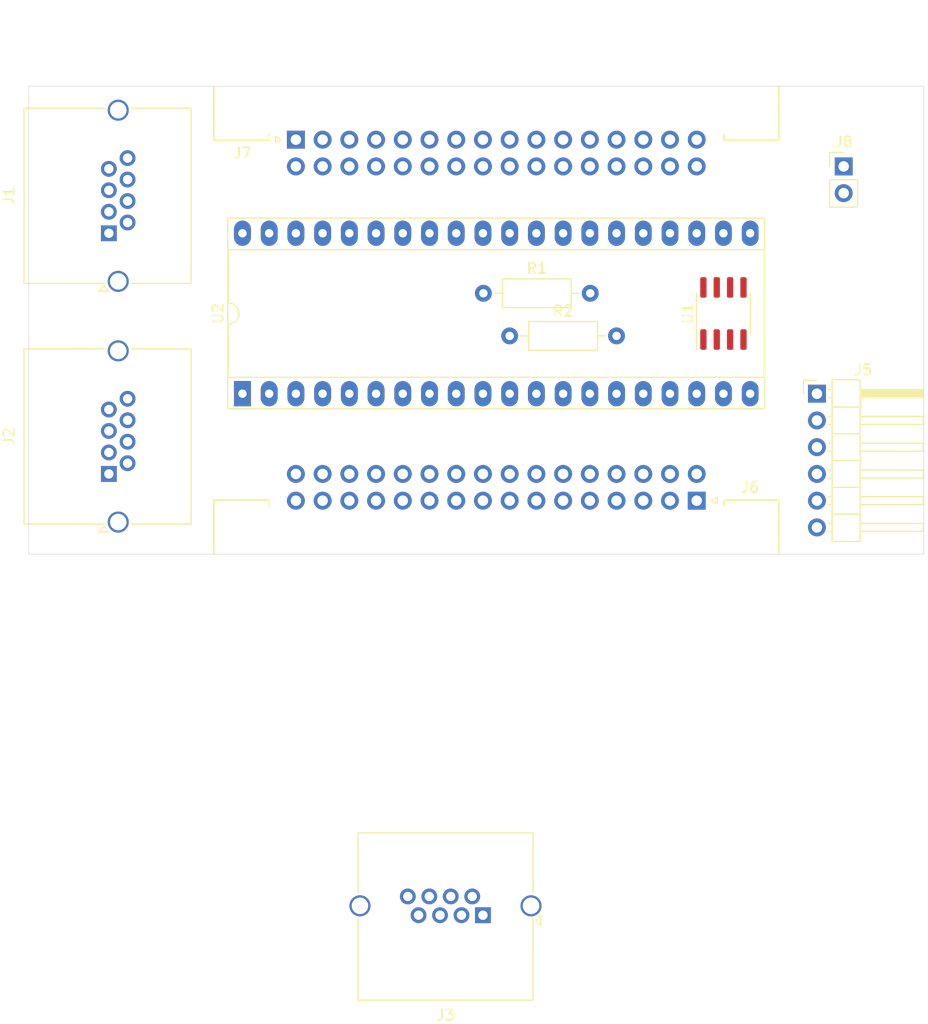
<source format=kicad_pcb>
(kicad_pcb (version 20171130) (host pcbnew "(5.1.5)-3")

  (general
    (thickness 1.6)
    (drawings 4)
    (tracks 0)
    (zones 0)
    (modules 11)
    (nets 16)
  )

  (page A4)
  (layers
    (0 F.Cu signal)
    (31 B.Cu signal)
    (32 B.Adhes user)
    (33 F.Adhes user)
    (34 B.Paste user)
    (35 F.Paste user)
    (36 B.SilkS user)
    (37 F.SilkS user)
    (38 B.Mask user)
    (39 F.Mask user)
    (40 Dwgs.User user)
    (41 Cmts.User user)
    (42 Eco1.User user)
    (43 Eco2.User user)
    (44 Edge.Cuts user)
    (45 Margin user)
    (46 B.CrtYd user)
    (47 F.CrtYd user)
    (48 B.Fab user)
    (49 F.Fab user)
  )

  (setup
    (last_trace_width 0.25)
    (trace_clearance 0.2)
    (zone_clearance 0.508)
    (zone_45_only no)
    (trace_min 0.2)
    (via_size 0.8)
    (via_drill 0.4)
    (via_min_size 0.4)
    (via_min_drill 0.3)
    (uvia_size 0.3)
    (uvia_drill 0.1)
    (uvias_allowed no)
    (uvia_min_size 0.2)
    (uvia_min_drill 0.1)
    (edge_width 0.05)
    (segment_width 0.2)
    (pcb_text_width 0.3)
    (pcb_text_size 1.5 1.5)
    (mod_edge_width 0.12)
    (mod_text_size 1 1)
    (mod_text_width 0.15)
    (pad_size 1.524 1.524)
    (pad_drill 0.762)
    (pad_to_mask_clearance 0.051)
    (solder_mask_min_width 0.25)
    (aux_axis_origin 0 0)
    (visible_elements 7FFFFFFF)
    (pcbplotparams
      (layerselection 0x010fc_ffffffff)
      (usegerberextensions false)
      (usegerberattributes false)
      (usegerberadvancedattributes false)
      (creategerberjobfile false)
      (excludeedgelayer true)
      (linewidth 0.100000)
      (plotframeref false)
      (viasonmask false)
      (mode 1)
      (useauxorigin false)
      (hpglpennumber 1)
      (hpglpenspeed 20)
      (hpglpendiameter 15.000000)
      (psnegative false)
      (psa4output false)
      (plotreference true)
      (plotvalue true)
      (plotinvisibletext false)
      (padsonsilk false)
      (subtractmaskfromsilk false)
      (outputformat 1)
      (mirror false)
      (drillshape 1)
      (scaleselection 1)
      (outputdirectory ""))
  )

  (net 0 "")
  (net 1 GND)
  (net 2 /Track_Red)
  (net 3 /Gleisbox_Supply)
  (net 4 /CANL)
  (net 5 /Track_Brown)
  (net 6 /CANH)
  (net 7 /TX0)
  (net 8 /RX0)
  (net 9 "Net-(J5-Pad3)")
  (net 10 /5V)
  (net 11 /SCL)
  (net 12 VCC)
  (net 13 /SDA)
  (net 14 /CANRX)
  (net 15 /CANTX)

  (net_class Default "Dies ist die voreingestellte Netzklasse."
    (clearance 0.2)
    (trace_width 0.25)
    (via_dia 0.8)
    (via_drill 0.4)
    (uvia_dia 0.3)
    (uvia_drill 0.1)
    (add_net /5V)
    (add_net /CANH)
    (add_net /CANL)
    (add_net /CANRX)
    (add_net /CANTX)
    (add_net /CTS)
    (add_net /DTR)
    (add_net /Gleisbox_Supply)
    (add_net /JTDI)
    (add_net /JTDO)
    (add_net /JTRST)
    (add_net /RX0)
    (add_net /SCL)
    (add_net /SDA)
    (add_net /TX0)
    (add_net /Track_Brown)
    (add_net /Track_Red)
    (add_net GND)
    (add_net "Net-(J3-Pad1)")
    (add_net "Net-(J3-Pad2)")
    (add_net "Net-(J3-Pad3)")
    (add_net "Net-(J3-Pad4)")
    (add_net "Net-(J3-Pad5)")
    (add_net "Net-(J3-Pad6)")
    (add_net "Net-(J3-Pad7)")
    (add_net "Net-(J3-Pad8)")
    (add_net "Net-(J5-Pad3)")
    (add_net "Net-(U1-Pad5)")
    (add_net "Net-(U1-Pad8)")
    (add_net "Net-(U2-Pad1)")
    (add_net "Net-(U2-Pad13)")
    (add_net "Net-(U2-Pad2)")
    (add_net "Net-(U2-Pad21)")
    (add_net "Net-(U2-Pad22)")
    (add_net "Net-(U2-Pad23)")
    (add_net "Net-(U2-Pad24)")
    (add_net "Net-(U2-Pad25)")
    (add_net "Net-(U2-Pad26)")
    (add_net "Net-(U2-Pad27)")
    (add_net "Net-(U2-Pad28)")
    (add_net "Net-(U2-Pad29)")
    (add_net "Net-(U2-Pad3)")
    (add_net "Net-(U2-Pad30)")
    (add_net "Net-(U2-Pad31)")
    (add_net "Net-(U2-Pad32)")
    (add_net "Net-(U2-Pad33)")
    (add_net "Net-(U2-Pad34)")
    (add_net "Net-(U2-Pad35)")
    (add_net "Net-(U2-Pad36)")
    (add_net "Net-(U2-Pad37)")
    (add_net "Net-(U2-Pad4)")
    (add_net "Net-(U2-Pad5)")
    (add_net "Net-(U2-Pad8)")
    (add_net "Net-(U2-Pad9)")
    (add_net VCC)
  )

  (module Package_DIP:DIP-40_W15.24mm_Socket_LongPads (layer F.Cu) (tedit 5A02E8C5) (tstamp 5ECC320E)
    (at 38.1 44.45 90)
    (descr "40-lead though-hole mounted DIP package, row spacing 15.24 mm (600 mils), Socket, LongPads")
    (tags "THT DIP DIL PDIP 2.54mm 15.24mm 600mil Socket LongPads")
    (path /5ECAF15A)
    (fp_text reference U2 (at 7.62 -2.33 90) (layer F.SilkS)
      (effects (font (size 1 1) (thickness 0.15)))
    )
    (fp_text value STM32-BARE (at 7.62 50.59 90) (layer F.Fab)
      (effects (font (size 1 1) (thickness 0.15)))
    )
    (fp_text user %R (at 7.62 24.13 90) (layer F.Fab)
      (effects (font (size 1 1) (thickness 0.15)))
    )
    (fp_line (start 16.8 -1.6) (end -1.55 -1.6) (layer F.CrtYd) (width 0.05))
    (fp_line (start 16.8 49.85) (end 16.8 -1.6) (layer F.CrtYd) (width 0.05))
    (fp_line (start -1.55 49.85) (end 16.8 49.85) (layer F.CrtYd) (width 0.05))
    (fp_line (start -1.55 -1.6) (end -1.55 49.85) (layer F.CrtYd) (width 0.05))
    (fp_line (start 16.68 -1.39) (end -1.44 -1.39) (layer F.SilkS) (width 0.12))
    (fp_line (start 16.68 49.65) (end 16.68 -1.39) (layer F.SilkS) (width 0.12))
    (fp_line (start -1.44 49.65) (end 16.68 49.65) (layer F.SilkS) (width 0.12))
    (fp_line (start -1.44 -1.39) (end -1.44 49.65) (layer F.SilkS) (width 0.12))
    (fp_line (start 13.68 -1.33) (end 8.62 -1.33) (layer F.SilkS) (width 0.12))
    (fp_line (start 13.68 49.59) (end 13.68 -1.33) (layer F.SilkS) (width 0.12))
    (fp_line (start 1.56 49.59) (end 13.68 49.59) (layer F.SilkS) (width 0.12))
    (fp_line (start 1.56 -1.33) (end 1.56 49.59) (layer F.SilkS) (width 0.12))
    (fp_line (start 6.62 -1.33) (end 1.56 -1.33) (layer F.SilkS) (width 0.12))
    (fp_line (start 16.51 -1.33) (end -1.27 -1.33) (layer F.Fab) (width 0.1))
    (fp_line (start 16.51 49.59) (end 16.51 -1.33) (layer F.Fab) (width 0.1))
    (fp_line (start -1.27 49.59) (end 16.51 49.59) (layer F.Fab) (width 0.1))
    (fp_line (start -1.27 -1.33) (end -1.27 49.59) (layer F.Fab) (width 0.1))
    (fp_line (start 0.255 -0.27) (end 1.255 -1.27) (layer F.Fab) (width 0.1))
    (fp_line (start 0.255 49.53) (end 0.255 -0.27) (layer F.Fab) (width 0.1))
    (fp_line (start 14.985 49.53) (end 0.255 49.53) (layer F.Fab) (width 0.1))
    (fp_line (start 14.985 -1.27) (end 14.985 49.53) (layer F.Fab) (width 0.1))
    (fp_line (start 1.255 -1.27) (end 14.985 -1.27) (layer F.Fab) (width 0.1))
    (fp_arc (start 7.62 -1.33) (end 6.62 -1.33) (angle -180) (layer F.SilkS) (width 0.12))
    (pad 40 thru_hole oval (at 15.24 0 90) (size 2.4 1.6) (drill 0.8) (layers *.Cu *.Mask)
      (net 1 GND))
    (pad 20 thru_hole oval (at 0 48.26 90) (size 2.4 1.6) (drill 0.8) (layers *.Cu *.Mask)
      (net 12 VCC))
    (pad 39 thru_hole oval (at 15.24 2.54 90) (size 2.4 1.6) (drill 0.8) (layers *.Cu *.Mask)
      (net 1 GND))
    (pad 19 thru_hole oval (at 0 45.72 90) (size 2.4 1.6) (drill 0.8) (layers *.Cu *.Mask)
      (net 1 GND))
    (pad 38 thru_hole oval (at 15.24 5.08 90) (size 2.4 1.6) (drill 0.8) (layers *.Cu *.Mask)
      (net 12 VCC))
    (pad 18 thru_hole oval (at 0 43.18 90) (size 2.4 1.6) (drill 0.8) (layers *.Cu *.Mask)
      (net 10 /5V))
    (pad 37 thru_hole oval (at 15.24 7.62 90) (size 2.4 1.6) (drill 0.8) (layers *.Cu *.Mask))
    (pad 17 thru_hole oval (at 0 40.64 90) (size 2.4 1.6) (drill 0.8) (layers *.Cu *.Mask)
      (net 15 /CANTX))
    (pad 36 thru_hole oval (at 15.24 10.16 90) (size 2.4 1.6) (drill 0.8) (layers *.Cu *.Mask))
    (pad 16 thru_hole oval (at 0 38.1 90) (size 2.4 1.6) (drill 0.8) (layers *.Cu *.Mask)
      (net 14 /CANRX))
    (pad 35 thru_hole oval (at 15.24 12.7 90) (size 2.4 1.6) (drill 0.8) (layers *.Cu *.Mask))
    (pad 15 thru_hole oval (at 0 35.56 90) (size 2.4 1.6) (drill 0.8) (layers *.Cu *.Mask)
      (net 13 /SDA))
    (pad 34 thru_hole oval (at 15.24 15.24 90) (size 2.4 1.6) (drill 0.8) (layers *.Cu *.Mask))
    (pad 14 thru_hole oval (at 0 33.02 90) (size 2.4 1.6) (drill 0.8) (layers *.Cu *.Mask)
      (net 11 /SCL))
    (pad 33 thru_hole oval (at 15.24 17.78 90) (size 2.4 1.6) (drill 0.8) (layers *.Cu *.Mask))
    (pad 13 thru_hole oval (at 0 30.48 90) (size 2.4 1.6) (drill 0.8) (layers *.Cu *.Mask))
    (pad 32 thru_hole oval (at 15.24 20.32 90) (size 2.4 1.6) (drill 0.8) (layers *.Cu *.Mask))
    (pad 12 thru_hole oval (at 0 27.94 90) (size 2.4 1.6) (drill 0.8) (layers *.Cu *.Mask))
    (pad 31 thru_hole oval (at 15.24 22.86 90) (size 2.4 1.6) (drill 0.8) (layers *.Cu *.Mask))
    (pad 11 thru_hole oval (at 0 25.4 90) (size 2.4 1.6) (drill 0.8) (layers *.Cu *.Mask))
    (pad 30 thru_hole oval (at 15.24 25.4 90) (size 2.4 1.6) (drill 0.8) (layers *.Cu *.Mask))
    (pad 10 thru_hole oval (at 0 22.86 90) (size 2.4 1.6) (drill 0.8) (layers *.Cu *.Mask))
    (pad 29 thru_hole oval (at 15.24 27.94 90) (size 2.4 1.6) (drill 0.8) (layers *.Cu *.Mask))
    (pad 9 thru_hole oval (at 0 20.32 90) (size 2.4 1.6) (drill 0.8) (layers *.Cu *.Mask))
    (pad 28 thru_hole oval (at 15.24 30.48 90) (size 2.4 1.6) (drill 0.8) (layers *.Cu *.Mask))
    (pad 8 thru_hole oval (at 0 17.78 90) (size 2.4 1.6) (drill 0.8) (layers *.Cu *.Mask))
    (pad 27 thru_hole oval (at 15.24 33.02 90) (size 2.4 1.6) (drill 0.8) (layers *.Cu *.Mask))
    (pad 7 thru_hole oval (at 0 15.24 90) (size 2.4 1.6) (drill 0.8) (layers *.Cu *.Mask)
      (net 8 /RX0))
    (pad 26 thru_hole oval (at 15.24 35.56 90) (size 2.4 1.6) (drill 0.8) (layers *.Cu *.Mask))
    (pad 6 thru_hole oval (at 0 12.7 90) (size 2.4 1.6) (drill 0.8) (layers *.Cu *.Mask)
      (net 7 /TX0))
    (pad 25 thru_hole oval (at 15.24 38.1 90) (size 2.4 1.6) (drill 0.8) (layers *.Cu *.Mask))
    (pad 5 thru_hole oval (at 0 10.16 90) (size 2.4 1.6) (drill 0.8) (layers *.Cu *.Mask))
    (pad 24 thru_hole oval (at 15.24 40.64 90) (size 2.4 1.6) (drill 0.8) (layers *.Cu *.Mask))
    (pad 4 thru_hole oval (at 0 7.62 90) (size 2.4 1.6) (drill 0.8) (layers *.Cu *.Mask))
    (pad 23 thru_hole oval (at 15.24 43.18 90) (size 2.4 1.6) (drill 0.8) (layers *.Cu *.Mask))
    (pad 3 thru_hole oval (at 0 5.08 90) (size 2.4 1.6) (drill 0.8) (layers *.Cu *.Mask))
    (pad 22 thru_hole oval (at 15.24 45.72 90) (size 2.4 1.6) (drill 0.8) (layers *.Cu *.Mask))
    (pad 2 thru_hole oval (at 0 2.54 90) (size 2.4 1.6) (drill 0.8) (layers *.Cu *.Mask))
    (pad 21 thru_hole oval (at 15.24 48.26 90) (size 2.4 1.6) (drill 0.8) (layers *.Cu *.Mask))
    (pad 1 thru_hole rect (at 0 0 90) (size 2.4 1.6) (drill 0.8) (layers *.Cu *.Mask))
    (model ${KISYS3DMOD}/Package_DIP.3dshapes/DIP-40_W15.24mm_Socket.wrl
      (at (xyz 0 0 0))
      (scale (xyz 1 1 1))
      (rotate (xyz 0 0 0))
    )
  )

  (module Package_SO:SOIC-8_3.9x4.9mm_P1.27mm (layer F.Cu) (tedit 5C97300E) (tstamp 5ECC31CA)
    (at 83.82 36.83 90)
    (descr "SOIC, 8 Pin (JEDEC MS-012AA, https://www.analog.com/media/en/package-pcb-resources/package/pkg_pdf/soic_narrow-r/r_8.pdf), generated with kicad-footprint-generator ipc_gullwing_generator.py")
    (tags "SOIC SO")
    (path /5ED09764)
    (attr smd)
    (fp_text reference U1 (at 0 -3.4 90) (layer F.SilkS)
      (effects (font (size 1 1) (thickness 0.15)))
    )
    (fp_text value TJA1051T-E (at 0 3.4 90) (layer F.Fab)
      (effects (font (size 1 1) (thickness 0.15)))
    )
    (fp_text user %R (at 0 0 90) (layer F.Fab)
      (effects (font (size 0.98 0.98) (thickness 0.15)))
    )
    (fp_line (start 3.7 -2.7) (end -3.7 -2.7) (layer F.CrtYd) (width 0.05))
    (fp_line (start 3.7 2.7) (end 3.7 -2.7) (layer F.CrtYd) (width 0.05))
    (fp_line (start -3.7 2.7) (end 3.7 2.7) (layer F.CrtYd) (width 0.05))
    (fp_line (start -3.7 -2.7) (end -3.7 2.7) (layer F.CrtYd) (width 0.05))
    (fp_line (start -1.95 -1.475) (end -0.975 -2.45) (layer F.Fab) (width 0.1))
    (fp_line (start -1.95 2.45) (end -1.95 -1.475) (layer F.Fab) (width 0.1))
    (fp_line (start 1.95 2.45) (end -1.95 2.45) (layer F.Fab) (width 0.1))
    (fp_line (start 1.95 -2.45) (end 1.95 2.45) (layer F.Fab) (width 0.1))
    (fp_line (start -0.975 -2.45) (end 1.95 -2.45) (layer F.Fab) (width 0.1))
    (fp_line (start 0 -2.56) (end -3.45 -2.56) (layer F.SilkS) (width 0.12))
    (fp_line (start 0 -2.56) (end 1.95 -2.56) (layer F.SilkS) (width 0.12))
    (fp_line (start 0 2.56) (end -1.95 2.56) (layer F.SilkS) (width 0.12))
    (fp_line (start 0 2.56) (end 1.95 2.56) (layer F.SilkS) (width 0.12))
    (pad 8 smd roundrect (at 2.475 -1.905 90) (size 1.95 0.6) (layers F.Cu F.Paste F.Mask) (roundrect_rratio 0.25))
    (pad 7 smd roundrect (at 2.475 -0.635 90) (size 1.95 0.6) (layers F.Cu F.Paste F.Mask) (roundrect_rratio 0.25)
      (net 6 /CANH))
    (pad 6 smd roundrect (at 2.475 0.635 90) (size 1.95 0.6) (layers F.Cu F.Paste F.Mask) (roundrect_rratio 0.25)
      (net 4 /CANL))
    (pad 5 smd roundrect (at 2.475 1.905 90) (size 1.95 0.6) (layers F.Cu F.Paste F.Mask) (roundrect_rratio 0.25))
    (pad 4 smd roundrect (at -2.475 1.905 90) (size 1.95 0.6) (layers F.Cu F.Paste F.Mask) (roundrect_rratio 0.25)
      (net 14 /CANRX))
    (pad 3 smd roundrect (at -2.475 0.635 90) (size 1.95 0.6) (layers F.Cu F.Paste F.Mask) (roundrect_rratio 0.25)
      (net 12 VCC))
    (pad 2 smd roundrect (at -2.475 -0.635 90) (size 1.95 0.6) (layers F.Cu F.Paste F.Mask) (roundrect_rratio 0.25)
      (net 1 GND))
    (pad 1 smd roundrect (at -2.475 -1.905 90) (size 1.95 0.6) (layers F.Cu F.Paste F.Mask) (roundrect_rratio 0.25)
      (net 15 /CANTX))
    (model ${KISYS3DMOD}/Package_SO.3dshapes/SOIC-8_3.9x4.9mm_P1.27mm.wrl
      (at (xyz 0 0 0))
      (scale (xyz 1 1 1))
      (rotate (xyz 0 0 0))
    )
  )

  (module Resistor_THT:R_Axial_DIN0207_L6.3mm_D2.5mm_P10.16mm_Horizontal (layer F.Cu) (tedit 5AE5139B) (tstamp 5ECC31B0)
    (at 63.5 38.96)
    (descr "Resistor, Axial_DIN0207 series, Axial, Horizontal, pin pitch=10.16mm, 0.25W = 1/4W, length*diameter=6.3*2.5mm^2, http://cdn-reichelt.de/documents/datenblatt/B400/1_4W%23YAG.pdf")
    (tags "Resistor Axial_DIN0207 series Axial Horizontal pin pitch 10.16mm 0.25W = 1/4W length 6.3mm diameter 2.5mm")
    (path /5ECB8E7E)
    (fp_text reference R2 (at 5.08 -2.37) (layer F.SilkS)
      (effects (font (size 1 1) (thickness 0.15)))
    )
    (fp_text value 10k (at 5.08 2.37) (layer F.Fab)
      (effects (font (size 1 1) (thickness 0.15)))
    )
    (fp_text user %R (at 5.08 0) (layer F.Fab)
      (effects (font (size 1 1) (thickness 0.15)))
    )
    (fp_line (start 11.21 -1.5) (end -1.05 -1.5) (layer F.CrtYd) (width 0.05))
    (fp_line (start 11.21 1.5) (end 11.21 -1.5) (layer F.CrtYd) (width 0.05))
    (fp_line (start -1.05 1.5) (end 11.21 1.5) (layer F.CrtYd) (width 0.05))
    (fp_line (start -1.05 -1.5) (end -1.05 1.5) (layer F.CrtYd) (width 0.05))
    (fp_line (start 9.12 0) (end 8.35 0) (layer F.SilkS) (width 0.12))
    (fp_line (start 1.04 0) (end 1.81 0) (layer F.SilkS) (width 0.12))
    (fp_line (start 8.35 -1.37) (end 1.81 -1.37) (layer F.SilkS) (width 0.12))
    (fp_line (start 8.35 1.37) (end 8.35 -1.37) (layer F.SilkS) (width 0.12))
    (fp_line (start 1.81 1.37) (end 8.35 1.37) (layer F.SilkS) (width 0.12))
    (fp_line (start 1.81 -1.37) (end 1.81 1.37) (layer F.SilkS) (width 0.12))
    (fp_line (start 10.16 0) (end 8.23 0) (layer F.Fab) (width 0.1))
    (fp_line (start 0 0) (end 1.93 0) (layer F.Fab) (width 0.1))
    (fp_line (start 8.23 -1.25) (end 1.93 -1.25) (layer F.Fab) (width 0.1))
    (fp_line (start 8.23 1.25) (end 8.23 -1.25) (layer F.Fab) (width 0.1))
    (fp_line (start 1.93 1.25) (end 8.23 1.25) (layer F.Fab) (width 0.1))
    (fp_line (start 1.93 -1.25) (end 1.93 1.25) (layer F.Fab) (width 0.1))
    (pad 2 thru_hole oval (at 10.16 0) (size 1.6 1.6) (drill 0.8) (layers *.Cu *.Mask)
      (net 13 /SDA))
    (pad 1 thru_hole circle (at 0 0) (size 1.6 1.6) (drill 0.8) (layers *.Cu *.Mask)
      (net 12 VCC))
    (model ${KISYS3DMOD}/Resistor_THT.3dshapes/R_Axial_DIN0207_L6.3mm_D2.5mm_P10.16mm_Horizontal.wrl
      (at (xyz 0 0 0))
      (scale (xyz 1 1 1))
      (rotate (xyz 0 0 0))
    )
  )

  (module Resistor_THT:R_Axial_DIN0207_L6.3mm_D2.5mm_P10.16mm_Horizontal (layer F.Cu) (tedit 5AE5139B) (tstamp 5ECC3199)
    (at 61 34.91)
    (descr "Resistor, Axial_DIN0207 series, Axial, Horizontal, pin pitch=10.16mm, 0.25W = 1/4W, length*diameter=6.3*2.5mm^2, http://cdn-reichelt.de/documents/datenblatt/B400/1_4W%23YAG.pdf")
    (tags "Resistor Axial_DIN0207 series Axial Horizontal pin pitch 10.16mm 0.25W = 1/4W length 6.3mm diameter 2.5mm")
    (path /5ECB8735)
    (fp_text reference R1 (at 5.08 -2.37) (layer F.SilkS)
      (effects (font (size 1 1) (thickness 0.15)))
    )
    (fp_text value 10k (at 5.08 2.37) (layer F.Fab)
      (effects (font (size 1 1) (thickness 0.15)))
    )
    (fp_text user %R (at 5.08 0) (layer F.Fab)
      (effects (font (size 1 1) (thickness 0.15)))
    )
    (fp_line (start 11.21 -1.5) (end -1.05 -1.5) (layer F.CrtYd) (width 0.05))
    (fp_line (start 11.21 1.5) (end 11.21 -1.5) (layer F.CrtYd) (width 0.05))
    (fp_line (start -1.05 1.5) (end 11.21 1.5) (layer F.CrtYd) (width 0.05))
    (fp_line (start -1.05 -1.5) (end -1.05 1.5) (layer F.CrtYd) (width 0.05))
    (fp_line (start 9.12 0) (end 8.35 0) (layer F.SilkS) (width 0.12))
    (fp_line (start 1.04 0) (end 1.81 0) (layer F.SilkS) (width 0.12))
    (fp_line (start 8.35 -1.37) (end 1.81 -1.37) (layer F.SilkS) (width 0.12))
    (fp_line (start 8.35 1.37) (end 8.35 -1.37) (layer F.SilkS) (width 0.12))
    (fp_line (start 1.81 1.37) (end 8.35 1.37) (layer F.SilkS) (width 0.12))
    (fp_line (start 1.81 -1.37) (end 1.81 1.37) (layer F.SilkS) (width 0.12))
    (fp_line (start 10.16 0) (end 8.23 0) (layer F.Fab) (width 0.1))
    (fp_line (start 0 0) (end 1.93 0) (layer F.Fab) (width 0.1))
    (fp_line (start 8.23 -1.25) (end 1.93 -1.25) (layer F.Fab) (width 0.1))
    (fp_line (start 8.23 1.25) (end 8.23 -1.25) (layer F.Fab) (width 0.1))
    (fp_line (start 1.93 1.25) (end 8.23 1.25) (layer F.Fab) (width 0.1))
    (fp_line (start 1.93 -1.25) (end 1.93 1.25) (layer F.Fab) (width 0.1))
    (pad 2 thru_hole oval (at 10.16 0) (size 1.6 1.6) (drill 0.8) (layers *.Cu *.Mask)
      (net 11 /SCL))
    (pad 1 thru_hole circle (at 0 0) (size 1.6 1.6) (drill 0.8) (layers *.Cu *.Mask)
      (net 12 VCC))
    (model ${KISYS3DMOD}/Resistor_THT.3dshapes/R_Axial_DIN0207_L6.3mm_D2.5mm_P10.16mm_Horizontal.wrl
      (at (xyz 0 0 0))
      (scale (xyz 1 1 1))
      (rotate (xyz 0 0 0))
    )
  )

  (module Connector_PinHeader_2.54mm:PinHeader_1x02_P2.54mm_Vertical (layer F.Cu) (tedit 59FED5CC) (tstamp 5ECC3182)
    (at 95.25 22.86)
    (descr "Through hole straight pin header, 1x02, 2.54mm pitch, single row")
    (tags "Through hole pin header THT 1x02 2.54mm single row")
    (path /5ECC13F7)
    (fp_text reference J8 (at 0 -2.33) (layer F.SilkS)
      (effects (font (size 1 1) (thickness 0.15)))
    )
    (fp_text value USB_PWR (at 0 4.87) (layer F.Fab)
      (effects (font (size 1 1) (thickness 0.15)))
    )
    (fp_text user %R (at 0 1.27 90) (layer F.Fab)
      (effects (font (size 1 1) (thickness 0.15)))
    )
    (fp_line (start 1.8 -1.8) (end -1.8 -1.8) (layer F.CrtYd) (width 0.05))
    (fp_line (start 1.8 4.35) (end 1.8 -1.8) (layer F.CrtYd) (width 0.05))
    (fp_line (start -1.8 4.35) (end 1.8 4.35) (layer F.CrtYd) (width 0.05))
    (fp_line (start -1.8 -1.8) (end -1.8 4.35) (layer F.CrtYd) (width 0.05))
    (fp_line (start -1.33 -1.33) (end 0 -1.33) (layer F.SilkS) (width 0.12))
    (fp_line (start -1.33 0) (end -1.33 -1.33) (layer F.SilkS) (width 0.12))
    (fp_line (start -1.33 1.27) (end 1.33 1.27) (layer F.SilkS) (width 0.12))
    (fp_line (start 1.33 1.27) (end 1.33 3.87) (layer F.SilkS) (width 0.12))
    (fp_line (start -1.33 1.27) (end -1.33 3.87) (layer F.SilkS) (width 0.12))
    (fp_line (start -1.33 3.87) (end 1.33 3.87) (layer F.SilkS) (width 0.12))
    (fp_line (start -1.27 -0.635) (end -0.635 -1.27) (layer F.Fab) (width 0.1))
    (fp_line (start -1.27 3.81) (end -1.27 -0.635) (layer F.Fab) (width 0.1))
    (fp_line (start 1.27 3.81) (end -1.27 3.81) (layer F.Fab) (width 0.1))
    (fp_line (start 1.27 -1.27) (end 1.27 3.81) (layer F.Fab) (width 0.1))
    (fp_line (start -0.635 -1.27) (end 1.27 -1.27) (layer F.Fab) (width 0.1))
    (pad 2 thru_hole oval (at 0 2.54) (size 1.7 1.7) (drill 1) (layers *.Cu *.Mask)
      (net 9 "Net-(J5-Pad3)"))
    (pad 1 thru_hole rect (at 0 0) (size 1.7 1.7) (drill 1) (layers *.Cu *.Mask)
      (net 10 /5V))
    (model ${KISYS3DMOD}/Connector_PinHeader_2.54mm.3dshapes/PinHeader_1x02_P2.54mm_Vertical.wrl
      (at (xyz 0 0 0))
      (scale (xyz 1 1 1))
      (rotate (xyz 0 0 0))
    )
  )

  (module Connector_DIN:DIN41612_B2_2x16_Horizontal (layer F.Cu) (tedit 5B6736B7) (tstamp 5ECC36FC)
    (at 43.18 20.32)
    (descr "DIN 41612 connector, type B/2, horizontal, 16 pins wide, 2 rows, full configuration")
    (tags "DIN 41512 IEC 60603 B/2")
    (path /5ECB2774)
    (fp_text reference J7 (at -5.08 1.27) (layer F.SilkS)
      (effects (font (size 1 1) (thickness 0.15)))
    )
    (fp_text value I2CControl (at 19.05 6.36) (layer F.Fab)
      (effects (font (size 1 1) (thickness 0.15)))
    )
    (fp_text user "Board edge" (at 19.05 -7.3) (layer Cmts.User)
      (effects (font (size 0.7 0.7) (thickness 0.1)))
    )
    (fp_text user %R (at 19.05 -2.54) (layer F.Fab)
      (effects (font (size 1 1) (thickness 0.15)))
    )
    (fp_line (start 19.05 -5.4) (end 19.25 -5.9) (layer Cmts.User) (width 0.1))
    (fp_line (start 18.85 -5.9) (end 19.05 -5.4) (layer Cmts.User) (width 0.1))
    (fp_line (start 19.05 -6.8) (end 19.05 -5.4) (layer Cmts.User) (width 0.1))
    (fp_line (start -4.45 -5.3) (end 42.55 -5.3) (layer Dwgs.User) (width 0.08))
    (fp_line (start 39.45 3.89) (end -1.35 3.89) (layer F.CrtYd) (width 0.05))
    (fp_line (start 39.45 0.46) (end 39.45 3.89) (layer F.CrtYd) (width 0.05))
    (fp_line (start 40.3 0.46) (end 39.45 0.46) (layer F.CrtYd) (width 0.05))
    (fp_line (start 46.3 0.46) (end 40.3 0.46) (layer F.CrtYd) (width 0.05))
    (fp_line (start 46.3 -5.54) (end 46.3 0.46) (layer F.CrtYd) (width 0.05))
    (fp_line (start 43.05 -5.54) (end 46.3 -5.54) (layer F.CrtYd) (width 0.05))
    (fp_line (start 43.05 -13.24) (end 43.05 -5.54) (layer F.CrtYd) (width 0.05))
    (fp_line (start -4.95 -13.24) (end 43.05 -13.24) (layer F.CrtYd) (width 0.05))
    (fp_line (start -4.95 -5.54) (end -4.95 -13.24) (layer F.CrtYd) (width 0.05))
    (fp_line (start -8.2 -5.54) (end -4.95 -5.54) (layer F.CrtYd) (width 0.05))
    (fp_line (start -8.2 0.46) (end -8.2 -5.54) (layer F.CrtYd) (width 0.05))
    (fp_line (start -1.35 0.46) (end -8.2 0.46) (layer F.CrtYd) (width 0.05))
    (fp_line (start -1.35 3.89) (end -1.35 0.46) (layer F.CrtYd) (width 0.05))
    (fp_line (start 40.8 -0.54) (end -2.7 -0.54) (layer F.Fab) (width 0.1))
    (fp_line (start 40.8 -0.04) (end 40.8 -0.54) (layer F.Fab) (width 0.1))
    (fp_line (start 45.8 -0.04) (end 40.8 -0.04) (layer F.Fab) (width 0.1))
    (fp_line (start 45.8 -5.04) (end 45.8 -0.04) (layer F.Fab) (width 0.1))
    (fp_line (start 42.55 -5.04) (end 45.8 -5.04) (layer F.Fab) (width 0.1))
    (fp_line (start 42.55 -12.74) (end 42.55 -5.04) (layer F.Fab) (width 0.1))
    (fp_line (start -4.45 -12.74) (end 42.55 -12.74) (layer F.Fab) (width 0.1))
    (fp_line (start -4.45 -5.04) (end -4.45 -12.74) (layer F.Fab) (width 0.1))
    (fp_line (start -7.7 -5.04) (end -4.45 -5.04) (layer F.Fab) (width 0.1))
    (fp_line (start -7.7 -0.04) (end -7.7 -5.04) (layer F.Fab) (width 0.1))
    (fp_line (start -2.7 -0.04) (end -7.7 -0.04) (layer F.Fab) (width 0.1))
    (fp_line (start -2.7 -0.54) (end -2.7 -0.04) (layer F.Fab) (width 0.1))
    (fp_line (start -1.95 0.3) (end -1.35 0) (layer F.SilkS) (width 0.12))
    (fp_line (start -1.95 -0.3) (end -1.95 0.3) (layer F.SilkS) (width 0.12))
    (fp_line (start -1.35 0) (end -1.95 -0.3) (layer F.SilkS) (width 0.12))
    (fp_line (start 45.9 0.06) (end 45.9 -5.04) (layer F.SilkS) (width 0.15))
    (fp_line (start 40.7 0.06) (end 45.9 0.06) (layer F.SilkS) (width 0.15))
    (fp_line (start 40.7 -0.44) (end 40.7 0.06) (layer F.SilkS) (width 0.15))
    (fp_line (start -7.8 0.06) (end -7.8 -5.04) (layer F.SilkS) (width 0.15))
    (fp_line (start -2.6 0.06) (end -7.8 0.06) (layer F.SilkS) (width 0.15))
    (fp_line (start -2.6 -0.44) (end -2.6 0.06) (layer F.SilkS) (width 0.15))
    (pad "" np_thru_hole circle (at 43.18 -2.54) (size 2.8 2.8) (drill 2.8) (layers *.Cu *.Mask))
    (pad "" np_thru_hole circle (at -5.08 -2.54) (size 2.8 2.8) (drill 2.8) (layers *.Cu *.Mask))
    (pad b16 thru_hole circle (at 38.1 2.54) (size 1.7 1.7) (drill 1) (layers *.Cu *.Mask))
    (pad a16 thru_hole circle (at 38.1 0) (size 1.7 1.7) (drill 1) (layers *.Cu *.Mask))
    (pad b15 thru_hole circle (at 35.56 2.54) (size 1.7 1.7) (drill 1) (layers *.Cu *.Mask))
    (pad a15 thru_hole circle (at 35.56 0) (size 1.7 1.7) (drill 1) (layers *.Cu *.Mask))
    (pad b14 thru_hole circle (at 33.02 2.54) (size 1.7 1.7) (drill 1) (layers *.Cu *.Mask))
    (pad a14 thru_hole circle (at 33.02 0) (size 1.7 1.7) (drill 1) (layers *.Cu *.Mask))
    (pad b13 thru_hole circle (at 30.48 2.54) (size 1.7 1.7) (drill 1) (layers *.Cu *.Mask))
    (pad a13 thru_hole circle (at 30.48 0) (size 1.7 1.7) (drill 1) (layers *.Cu *.Mask))
    (pad b12 thru_hole circle (at 27.94 2.54) (size 1.7 1.7) (drill 1) (layers *.Cu *.Mask))
    (pad a12 thru_hole circle (at 27.94 0) (size 1.7 1.7) (drill 1) (layers *.Cu *.Mask))
    (pad b11 thru_hole circle (at 25.4 2.54) (size 1.7 1.7) (drill 1) (layers *.Cu *.Mask))
    (pad a11 thru_hole circle (at 25.4 0) (size 1.7 1.7) (drill 1) (layers *.Cu *.Mask))
    (pad b10 thru_hole circle (at 22.86 2.54) (size 1.7 1.7) (drill 1) (layers *.Cu *.Mask))
    (pad a10 thru_hole circle (at 22.86 0) (size 1.7 1.7) (drill 1) (layers *.Cu *.Mask))
    (pad b9 thru_hole circle (at 20.32 2.54) (size 1.7 1.7) (drill 1) (layers *.Cu *.Mask))
    (pad a9 thru_hole circle (at 20.32 0) (size 1.7 1.7) (drill 1) (layers *.Cu *.Mask))
    (pad b8 thru_hole circle (at 17.78 2.54) (size 1.7 1.7) (drill 1) (layers *.Cu *.Mask))
    (pad a8 thru_hole circle (at 17.78 0) (size 1.7 1.7) (drill 1) (layers *.Cu *.Mask))
    (pad b7 thru_hole circle (at 15.24 2.54) (size 1.7 1.7) (drill 1) (layers *.Cu *.Mask))
    (pad a7 thru_hole circle (at 15.24 0) (size 1.7 1.7) (drill 1) (layers *.Cu *.Mask))
    (pad b6 thru_hole circle (at 12.7 2.54) (size 1.7 1.7) (drill 1) (layers *.Cu *.Mask))
    (pad a6 thru_hole circle (at 12.7 0) (size 1.7 1.7) (drill 1) (layers *.Cu *.Mask))
    (pad b5 thru_hole circle (at 10.16 2.54) (size 1.7 1.7) (drill 1) (layers *.Cu *.Mask))
    (pad a5 thru_hole circle (at 10.16 0) (size 1.7 1.7) (drill 1) (layers *.Cu *.Mask))
    (pad b4 thru_hole circle (at 7.62 2.54) (size 1.7 1.7) (drill 1) (layers *.Cu *.Mask))
    (pad a4 thru_hole circle (at 7.62 0) (size 1.7 1.7) (drill 1) (layers *.Cu *.Mask))
    (pad b3 thru_hole circle (at 5.08 2.54) (size 1.7 1.7) (drill 1) (layers *.Cu *.Mask))
    (pad a3 thru_hole circle (at 5.08 0) (size 1.7 1.7) (drill 1) (layers *.Cu *.Mask))
    (pad b2 thru_hole circle (at 2.54 2.54) (size 1.7 1.7) (drill 1) (layers *.Cu *.Mask))
    (pad a2 thru_hole circle (at 2.54 0) (size 1.7 1.7) (drill 1) (layers *.Cu *.Mask))
    (pad b1 thru_hole circle (at 0 2.54) (size 1.7 1.7) (drill 1) (layers *.Cu *.Mask))
    (pad a1 thru_hole rect (at 0 0) (size 1.7 1.7) (drill 1) (layers *.Cu *.Mask))
    (model ${KISYS3DMOD}/Connector_DIN.3dshapes/DIN41612_B2_2x16_Horizontal.wrl
      (at (xyz 0 0 0))
      (scale (xyz 1 1 1))
      (rotate (xyz 0 0 0))
    )
  )

  (module Connector_DIN:DIN41612_B2_2x16_Horizontal (layer F.Cu) (tedit 5B6736B7) (tstamp 5ECC311E)
    (at 81.28 54.61 180)
    (descr "DIN 41612 connector, type B/2, horizontal, 16 pins wide, 2 rows, full configuration")
    (tags "DIN 41512 IEC 60603 B/2")
    (path /5ECABCA9)
    (fp_text reference J6 (at -5.08 1.27) (layer F.SilkS)
      (effects (font (size 1 1) (thickness 0.15)))
    )
    (fp_text value I2CKeyboard (at 19.05 6.36) (layer F.Fab)
      (effects (font (size 1 1) (thickness 0.15)))
    )
    (fp_text user "Board edge" (at 19.05 -7.3) (layer Cmts.User)
      (effects (font (size 0.7 0.7) (thickness 0.1)))
    )
    (fp_text user %R (at 19.05 -2.54) (layer F.Fab)
      (effects (font (size 1 1) (thickness 0.15)))
    )
    (fp_line (start 19.05 -5.4) (end 19.25 -5.9) (layer Cmts.User) (width 0.1))
    (fp_line (start 18.85 -5.9) (end 19.05 -5.4) (layer Cmts.User) (width 0.1))
    (fp_line (start 19.05 -6.8) (end 19.05 -5.4) (layer Cmts.User) (width 0.1))
    (fp_line (start -4.45 -5.3) (end 42.55 -5.3) (layer Dwgs.User) (width 0.08))
    (fp_line (start 39.45 3.89) (end -1.35 3.89) (layer F.CrtYd) (width 0.05))
    (fp_line (start 39.45 0.46) (end 39.45 3.89) (layer F.CrtYd) (width 0.05))
    (fp_line (start 40.3 0.46) (end 39.45 0.46) (layer F.CrtYd) (width 0.05))
    (fp_line (start 46.3 0.46) (end 40.3 0.46) (layer F.CrtYd) (width 0.05))
    (fp_line (start 46.3 -5.54) (end 46.3 0.46) (layer F.CrtYd) (width 0.05))
    (fp_line (start 43.05 -5.54) (end 46.3 -5.54) (layer F.CrtYd) (width 0.05))
    (fp_line (start 43.05 -13.24) (end 43.05 -5.54) (layer F.CrtYd) (width 0.05))
    (fp_line (start -4.95 -13.24) (end 43.05 -13.24) (layer F.CrtYd) (width 0.05))
    (fp_line (start -4.95 -5.54) (end -4.95 -13.24) (layer F.CrtYd) (width 0.05))
    (fp_line (start -8.2 -5.54) (end -4.95 -5.54) (layer F.CrtYd) (width 0.05))
    (fp_line (start -8.2 0.46) (end -8.2 -5.54) (layer F.CrtYd) (width 0.05))
    (fp_line (start -1.35 0.46) (end -8.2 0.46) (layer F.CrtYd) (width 0.05))
    (fp_line (start -1.35 3.89) (end -1.35 0.46) (layer F.CrtYd) (width 0.05))
    (fp_line (start 40.8 -0.54) (end -2.7 -0.54) (layer F.Fab) (width 0.1))
    (fp_line (start 40.8 -0.04) (end 40.8 -0.54) (layer F.Fab) (width 0.1))
    (fp_line (start 45.8 -0.04) (end 40.8 -0.04) (layer F.Fab) (width 0.1))
    (fp_line (start 45.8 -5.04) (end 45.8 -0.04) (layer F.Fab) (width 0.1))
    (fp_line (start 42.55 -5.04) (end 45.8 -5.04) (layer F.Fab) (width 0.1))
    (fp_line (start 42.55 -12.74) (end 42.55 -5.04) (layer F.Fab) (width 0.1))
    (fp_line (start -4.45 -12.74) (end 42.55 -12.74) (layer F.Fab) (width 0.1))
    (fp_line (start -4.45 -5.04) (end -4.45 -12.74) (layer F.Fab) (width 0.1))
    (fp_line (start -7.7 -5.04) (end -4.45 -5.04) (layer F.Fab) (width 0.1))
    (fp_line (start -7.7 -0.04) (end -7.7 -5.04) (layer F.Fab) (width 0.1))
    (fp_line (start -2.7 -0.04) (end -7.7 -0.04) (layer F.Fab) (width 0.1))
    (fp_line (start -2.7 -0.54) (end -2.7 -0.04) (layer F.Fab) (width 0.1))
    (fp_line (start -1.95 0.3) (end -1.35 0) (layer F.SilkS) (width 0.12))
    (fp_line (start -1.95 -0.3) (end -1.95 0.3) (layer F.SilkS) (width 0.12))
    (fp_line (start -1.35 0) (end -1.95 -0.3) (layer F.SilkS) (width 0.12))
    (fp_line (start 45.9 0.06) (end 45.9 -5.04) (layer F.SilkS) (width 0.15))
    (fp_line (start 40.7 0.06) (end 45.9 0.06) (layer F.SilkS) (width 0.15))
    (fp_line (start 40.7 -0.44) (end 40.7 0.06) (layer F.SilkS) (width 0.15))
    (fp_line (start -7.8 0.06) (end -7.8 -5.04) (layer F.SilkS) (width 0.15))
    (fp_line (start -2.6 0.06) (end -7.8 0.06) (layer F.SilkS) (width 0.15))
    (fp_line (start -2.6 -0.44) (end -2.6 0.06) (layer F.SilkS) (width 0.15))
    (pad "" np_thru_hole circle (at 43.18 -2.54 180) (size 2.8 2.8) (drill 2.8) (layers *.Cu *.Mask))
    (pad "" np_thru_hole circle (at -5.08 -2.54 180) (size 2.8 2.8) (drill 2.8) (layers *.Cu *.Mask))
    (pad b16 thru_hole circle (at 38.1 2.54 180) (size 1.7 1.7) (drill 1) (layers *.Cu *.Mask))
    (pad a16 thru_hole circle (at 38.1 0 180) (size 1.7 1.7) (drill 1) (layers *.Cu *.Mask))
    (pad b15 thru_hole circle (at 35.56 2.54 180) (size 1.7 1.7) (drill 1) (layers *.Cu *.Mask))
    (pad a15 thru_hole circle (at 35.56 0 180) (size 1.7 1.7) (drill 1) (layers *.Cu *.Mask))
    (pad b14 thru_hole circle (at 33.02 2.54 180) (size 1.7 1.7) (drill 1) (layers *.Cu *.Mask))
    (pad a14 thru_hole circle (at 33.02 0 180) (size 1.7 1.7) (drill 1) (layers *.Cu *.Mask))
    (pad b13 thru_hole circle (at 30.48 2.54 180) (size 1.7 1.7) (drill 1) (layers *.Cu *.Mask))
    (pad a13 thru_hole circle (at 30.48 0 180) (size 1.7 1.7) (drill 1) (layers *.Cu *.Mask))
    (pad b12 thru_hole circle (at 27.94 2.54 180) (size 1.7 1.7) (drill 1) (layers *.Cu *.Mask))
    (pad a12 thru_hole circle (at 27.94 0 180) (size 1.7 1.7) (drill 1) (layers *.Cu *.Mask))
    (pad b11 thru_hole circle (at 25.4 2.54 180) (size 1.7 1.7) (drill 1) (layers *.Cu *.Mask))
    (pad a11 thru_hole circle (at 25.4 0 180) (size 1.7 1.7) (drill 1) (layers *.Cu *.Mask))
    (pad b10 thru_hole circle (at 22.86 2.54 180) (size 1.7 1.7) (drill 1) (layers *.Cu *.Mask))
    (pad a10 thru_hole circle (at 22.86 0 180) (size 1.7 1.7) (drill 1) (layers *.Cu *.Mask))
    (pad b9 thru_hole circle (at 20.32 2.54 180) (size 1.7 1.7) (drill 1) (layers *.Cu *.Mask))
    (pad a9 thru_hole circle (at 20.32 0 180) (size 1.7 1.7) (drill 1) (layers *.Cu *.Mask))
    (pad b8 thru_hole circle (at 17.78 2.54 180) (size 1.7 1.7) (drill 1) (layers *.Cu *.Mask))
    (pad a8 thru_hole circle (at 17.78 0 180) (size 1.7 1.7) (drill 1) (layers *.Cu *.Mask))
    (pad b7 thru_hole circle (at 15.24 2.54 180) (size 1.7 1.7) (drill 1) (layers *.Cu *.Mask))
    (pad a7 thru_hole circle (at 15.24 0 180) (size 1.7 1.7) (drill 1) (layers *.Cu *.Mask))
    (pad b6 thru_hole circle (at 12.7 2.54 180) (size 1.7 1.7) (drill 1) (layers *.Cu *.Mask))
    (pad a6 thru_hole circle (at 12.7 0 180) (size 1.7 1.7) (drill 1) (layers *.Cu *.Mask))
    (pad b5 thru_hole circle (at 10.16 2.54 180) (size 1.7 1.7) (drill 1) (layers *.Cu *.Mask))
    (pad a5 thru_hole circle (at 10.16 0 180) (size 1.7 1.7) (drill 1) (layers *.Cu *.Mask))
    (pad b4 thru_hole circle (at 7.62 2.54 180) (size 1.7 1.7) (drill 1) (layers *.Cu *.Mask))
    (pad a4 thru_hole circle (at 7.62 0 180) (size 1.7 1.7) (drill 1) (layers *.Cu *.Mask))
    (pad b3 thru_hole circle (at 5.08 2.54 180) (size 1.7 1.7) (drill 1) (layers *.Cu *.Mask))
    (pad a3 thru_hole circle (at 5.08 0 180) (size 1.7 1.7) (drill 1) (layers *.Cu *.Mask))
    (pad b2 thru_hole circle (at 2.54 2.54 180) (size 1.7 1.7) (drill 1) (layers *.Cu *.Mask))
    (pad a2 thru_hole circle (at 2.54 0 180) (size 1.7 1.7) (drill 1) (layers *.Cu *.Mask))
    (pad b1 thru_hole circle (at 0 2.54 180) (size 1.7 1.7) (drill 1) (layers *.Cu *.Mask))
    (pad a1 thru_hole rect (at 0 0 180) (size 1.7 1.7) (drill 1) (layers *.Cu *.Mask))
    (model ${KISYS3DMOD}/Connector_DIN.3dshapes/DIN41612_B2_2x16_Horizontal.wrl
      (at (xyz 0 0 0))
      (scale (xyz 1 1 1))
      (rotate (xyz 0 0 0))
    )
  )

  (module Connector_PinHeader_2.54mm:PinHeader_1x06_P2.54mm_Horizontal (layer F.Cu) (tedit 59FED5CB) (tstamp 5ECC30D0)
    (at 92.71 44.45)
    (descr "Through hole angled pin header, 1x06, 2.54mm pitch, 6mm pin length, single row")
    (tags "Through hole angled pin header THT 1x06 2.54mm single row")
    (path /5ECB4657)
    (fp_text reference J5 (at 4.385 -2.27) (layer F.SilkS)
      (effects (font (size 1 1) (thickness 0.15)))
    )
    (fp_text value Serial (at 4.385 14.97) (layer F.Fab)
      (effects (font (size 1 1) (thickness 0.15)))
    )
    (fp_text user %R (at 2.77 6.35 90) (layer F.Fab)
      (effects (font (size 1 1) (thickness 0.15)))
    )
    (fp_line (start 10.55 -1.8) (end -1.8 -1.8) (layer F.CrtYd) (width 0.05))
    (fp_line (start 10.55 14.5) (end 10.55 -1.8) (layer F.CrtYd) (width 0.05))
    (fp_line (start -1.8 14.5) (end 10.55 14.5) (layer F.CrtYd) (width 0.05))
    (fp_line (start -1.8 -1.8) (end -1.8 14.5) (layer F.CrtYd) (width 0.05))
    (fp_line (start -1.27 -1.27) (end 0 -1.27) (layer F.SilkS) (width 0.12))
    (fp_line (start -1.27 0) (end -1.27 -1.27) (layer F.SilkS) (width 0.12))
    (fp_line (start 1.042929 13.08) (end 1.44 13.08) (layer F.SilkS) (width 0.12))
    (fp_line (start 1.042929 12.32) (end 1.44 12.32) (layer F.SilkS) (width 0.12))
    (fp_line (start 10.1 13.08) (end 4.1 13.08) (layer F.SilkS) (width 0.12))
    (fp_line (start 10.1 12.32) (end 10.1 13.08) (layer F.SilkS) (width 0.12))
    (fp_line (start 4.1 12.32) (end 10.1 12.32) (layer F.SilkS) (width 0.12))
    (fp_line (start 1.44 11.43) (end 4.1 11.43) (layer F.SilkS) (width 0.12))
    (fp_line (start 1.042929 10.54) (end 1.44 10.54) (layer F.SilkS) (width 0.12))
    (fp_line (start 1.042929 9.78) (end 1.44 9.78) (layer F.SilkS) (width 0.12))
    (fp_line (start 10.1 10.54) (end 4.1 10.54) (layer F.SilkS) (width 0.12))
    (fp_line (start 10.1 9.78) (end 10.1 10.54) (layer F.SilkS) (width 0.12))
    (fp_line (start 4.1 9.78) (end 10.1 9.78) (layer F.SilkS) (width 0.12))
    (fp_line (start 1.44 8.89) (end 4.1 8.89) (layer F.SilkS) (width 0.12))
    (fp_line (start 1.042929 8) (end 1.44 8) (layer F.SilkS) (width 0.12))
    (fp_line (start 1.042929 7.24) (end 1.44 7.24) (layer F.SilkS) (width 0.12))
    (fp_line (start 10.1 8) (end 4.1 8) (layer F.SilkS) (width 0.12))
    (fp_line (start 10.1 7.24) (end 10.1 8) (layer F.SilkS) (width 0.12))
    (fp_line (start 4.1 7.24) (end 10.1 7.24) (layer F.SilkS) (width 0.12))
    (fp_line (start 1.44 6.35) (end 4.1 6.35) (layer F.SilkS) (width 0.12))
    (fp_line (start 1.042929 5.46) (end 1.44 5.46) (layer F.SilkS) (width 0.12))
    (fp_line (start 1.042929 4.7) (end 1.44 4.7) (layer F.SilkS) (width 0.12))
    (fp_line (start 10.1 5.46) (end 4.1 5.46) (layer F.SilkS) (width 0.12))
    (fp_line (start 10.1 4.7) (end 10.1 5.46) (layer F.SilkS) (width 0.12))
    (fp_line (start 4.1 4.7) (end 10.1 4.7) (layer F.SilkS) (width 0.12))
    (fp_line (start 1.44 3.81) (end 4.1 3.81) (layer F.SilkS) (width 0.12))
    (fp_line (start 1.042929 2.92) (end 1.44 2.92) (layer F.SilkS) (width 0.12))
    (fp_line (start 1.042929 2.16) (end 1.44 2.16) (layer F.SilkS) (width 0.12))
    (fp_line (start 10.1 2.92) (end 4.1 2.92) (layer F.SilkS) (width 0.12))
    (fp_line (start 10.1 2.16) (end 10.1 2.92) (layer F.SilkS) (width 0.12))
    (fp_line (start 4.1 2.16) (end 10.1 2.16) (layer F.SilkS) (width 0.12))
    (fp_line (start 1.44 1.27) (end 4.1 1.27) (layer F.SilkS) (width 0.12))
    (fp_line (start 1.11 0.38) (end 1.44 0.38) (layer F.SilkS) (width 0.12))
    (fp_line (start 1.11 -0.38) (end 1.44 -0.38) (layer F.SilkS) (width 0.12))
    (fp_line (start 4.1 0.28) (end 10.1 0.28) (layer F.SilkS) (width 0.12))
    (fp_line (start 4.1 0.16) (end 10.1 0.16) (layer F.SilkS) (width 0.12))
    (fp_line (start 4.1 0.04) (end 10.1 0.04) (layer F.SilkS) (width 0.12))
    (fp_line (start 4.1 -0.08) (end 10.1 -0.08) (layer F.SilkS) (width 0.12))
    (fp_line (start 4.1 -0.2) (end 10.1 -0.2) (layer F.SilkS) (width 0.12))
    (fp_line (start 4.1 -0.32) (end 10.1 -0.32) (layer F.SilkS) (width 0.12))
    (fp_line (start 10.1 0.38) (end 4.1 0.38) (layer F.SilkS) (width 0.12))
    (fp_line (start 10.1 -0.38) (end 10.1 0.38) (layer F.SilkS) (width 0.12))
    (fp_line (start 4.1 -0.38) (end 10.1 -0.38) (layer F.SilkS) (width 0.12))
    (fp_line (start 4.1 -1.33) (end 1.44 -1.33) (layer F.SilkS) (width 0.12))
    (fp_line (start 4.1 14.03) (end 4.1 -1.33) (layer F.SilkS) (width 0.12))
    (fp_line (start 1.44 14.03) (end 4.1 14.03) (layer F.SilkS) (width 0.12))
    (fp_line (start 1.44 -1.33) (end 1.44 14.03) (layer F.SilkS) (width 0.12))
    (fp_line (start 4.04 13.02) (end 10.04 13.02) (layer F.Fab) (width 0.1))
    (fp_line (start 10.04 12.38) (end 10.04 13.02) (layer F.Fab) (width 0.1))
    (fp_line (start 4.04 12.38) (end 10.04 12.38) (layer F.Fab) (width 0.1))
    (fp_line (start -0.32 13.02) (end 1.5 13.02) (layer F.Fab) (width 0.1))
    (fp_line (start -0.32 12.38) (end -0.32 13.02) (layer F.Fab) (width 0.1))
    (fp_line (start -0.32 12.38) (end 1.5 12.38) (layer F.Fab) (width 0.1))
    (fp_line (start 4.04 10.48) (end 10.04 10.48) (layer F.Fab) (width 0.1))
    (fp_line (start 10.04 9.84) (end 10.04 10.48) (layer F.Fab) (width 0.1))
    (fp_line (start 4.04 9.84) (end 10.04 9.84) (layer F.Fab) (width 0.1))
    (fp_line (start -0.32 10.48) (end 1.5 10.48) (layer F.Fab) (width 0.1))
    (fp_line (start -0.32 9.84) (end -0.32 10.48) (layer F.Fab) (width 0.1))
    (fp_line (start -0.32 9.84) (end 1.5 9.84) (layer F.Fab) (width 0.1))
    (fp_line (start 4.04 7.94) (end 10.04 7.94) (layer F.Fab) (width 0.1))
    (fp_line (start 10.04 7.3) (end 10.04 7.94) (layer F.Fab) (width 0.1))
    (fp_line (start 4.04 7.3) (end 10.04 7.3) (layer F.Fab) (width 0.1))
    (fp_line (start -0.32 7.94) (end 1.5 7.94) (layer F.Fab) (width 0.1))
    (fp_line (start -0.32 7.3) (end -0.32 7.94) (layer F.Fab) (width 0.1))
    (fp_line (start -0.32 7.3) (end 1.5 7.3) (layer F.Fab) (width 0.1))
    (fp_line (start 4.04 5.4) (end 10.04 5.4) (layer F.Fab) (width 0.1))
    (fp_line (start 10.04 4.76) (end 10.04 5.4) (layer F.Fab) (width 0.1))
    (fp_line (start 4.04 4.76) (end 10.04 4.76) (layer F.Fab) (width 0.1))
    (fp_line (start -0.32 5.4) (end 1.5 5.4) (layer F.Fab) (width 0.1))
    (fp_line (start -0.32 4.76) (end -0.32 5.4) (layer F.Fab) (width 0.1))
    (fp_line (start -0.32 4.76) (end 1.5 4.76) (layer F.Fab) (width 0.1))
    (fp_line (start 4.04 2.86) (end 10.04 2.86) (layer F.Fab) (width 0.1))
    (fp_line (start 10.04 2.22) (end 10.04 2.86) (layer F.Fab) (width 0.1))
    (fp_line (start 4.04 2.22) (end 10.04 2.22) (layer F.Fab) (width 0.1))
    (fp_line (start -0.32 2.86) (end 1.5 2.86) (layer F.Fab) (width 0.1))
    (fp_line (start -0.32 2.22) (end -0.32 2.86) (layer F.Fab) (width 0.1))
    (fp_line (start -0.32 2.22) (end 1.5 2.22) (layer F.Fab) (width 0.1))
    (fp_line (start 4.04 0.32) (end 10.04 0.32) (layer F.Fab) (width 0.1))
    (fp_line (start 10.04 -0.32) (end 10.04 0.32) (layer F.Fab) (width 0.1))
    (fp_line (start 4.04 -0.32) (end 10.04 -0.32) (layer F.Fab) (width 0.1))
    (fp_line (start -0.32 0.32) (end 1.5 0.32) (layer F.Fab) (width 0.1))
    (fp_line (start -0.32 -0.32) (end -0.32 0.32) (layer F.Fab) (width 0.1))
    (fp_line (start -0.32 -0.32) (end 1.5 -0.32) (layer F.Fab) (width 0.1))
    (fp_line (start 1.5 -0.635) (end 2.135 -1.27) (layer F.Fab) (width 0.1))
    (fp_line (start 1.5 13.97) (end 1.5 -0.635) (layer F.Fab) (width 0.1))
    (fp_line (start 4.04 13.97) (end 1.5 13.97) (layer F.Fab) (width 0.1))
    (fp_line (start 4.04 -1.27) (end 4.04 13.97) (layer F.Fab) (width 0.1))
    (fp_line (start 2.135 -1.27) (end 4.04 -1.27) (layer F.Fab) (width 0.1))
    (pad 6 thru_hole oval (at 0 12.7) (size 1.7 1.7) (drill 1) (layers *.Cu *.Mask))
    (pad 5 thru_hole oval (at 0 10.16) (size 1.7 1.7) (drill 1) (layers *.Cu *.Mask)
      (net 7 /TX0))
    (pad 4 thru_hole oval (at 0 7.62) (size 1.7 1.7) (drill 1) (layers *.Cu *.Mask)
      (net 8 /RX0))
    (pad 3 thru_hole oval (at 0 5.08) (size 1.7 1.7) (drill 1) (layers *.Cu *.Mask)
      (net 9 "Net-(J5-Pad3)"))
    (pad 2 thru_hole oval (at 0 2.54) (size 1.7 1.7) (drill 1) (layers *.Cu *.Mask))
    (pad 1 thru_hole rect (at 0 0) (size 1.7 1.7) (drill 1) (layers *.Cu *.Mask)
      (net 1 GND))
    (model ${KISYS3DMOD}/Connector_PinHeader_2.54mm.3dshapes/PinHeader_1x06_P2.54mm_Horizontal.wrl
      (at (xyz 0 0 0))
      (scale (xyz 1 1 1))
      (rotate (xyz 0 0 0))
    )
  )

  (module Connector_RJ:RJ45_Amphenol_RJHSE5380 (layer F.Cu) (tedit 5AD365F7) (tstamp 5ECC3069)
    (at 60.96 93.98 180)
    (descr "Shielded, https://www.amphenolcanada.com/ProductSearch/drawings/AC/RJHSE538X.pdf")
    (tags "RJ45 8p8c ethernet cat5")
    (path /5ECB7791)
    (fp_text reference J3 (at 3.56 -9.5) (layer F.SilkS)
      (effects (font (size 1 1) (thickness 0.15)))
    )
    (fp_text value I2CKeyboard2 (at 3.56 9.5) (layer F.Fab)
      (effects (font (size 1 1) (thickness 0.15)))
    )
    (fp_line (start -5.5 -1) (end -5 -0.5) (layer F.SilkS) (width 0.12))
    (fp_line (start -5.5 0) (end -5.5 -1) (layer F.SilkS) (width 0.12))
    (fp_line (start -5 -0.5) (end -5.5 0) (layer F.SilkS) (width 0.12))
    (fp_text user %R (at 3.56 -6) (layer F.Fab)
      (effects (font (size 1 1) (thickness 0.15)))
    )
    (fp_line (start 13.19 -8.5) (end 13.19 8.25) (layer F.CrtYd) (width 0.05))
    (fp_line (start -6.07 8.25) (end 13.19 8.25) (layer F.CrtYd) (width 0.05))
    (fp_line (start -6.07 -8.5) (end -6.07 8.25) (layer F.CrtYd) (width 0.05))
    (fp_line (start -6.07 -8.5) (end 13.19 -8.5) (layer F.CrtYd) (width 0.05))
    (fp_line (start -4.695 -7) (end -3.695 -8) (layer F.Fab) (width 0.1))
    (fp_line (start 11.88 7.815) (end 11.88 2.14) (layer F.SilkS) (width 0.12))
    (fp_line (start -4.76 7.815) (end -4.76 2.14) (layer F.SilkS) (width 0.12))
    (fp_line (start -4.76 7.815) (end 11.88 7.815) (layer F.SilkS) (width 0.12))
    (fp_line (start 11.88 -8.065) (end 11.88 -0.36) (layer F.SilkS) (width 0.12))
    (fp_line (start -4.76 -8.065) (end -4.76 -0.36) (layer F.SilkS) (width 0.12))
    (fp_line (start -4.76 -8.065) (end 11.88 -8.065) (layer F.SilkS) (width 0.12))
    (fp_line (start 11.815 -8) (end 11.815 7.75) (layer F.Fab) (width 0.1))
    (fp_line (start -3.695 -8) (end 11.815 -8) (layer F.Fab) (width 0.1))
    (fp_line (start -4.695 7.75) (end 11.815 7.75) (layer F.Fab) (width 0.1))
    (fp_line (start -4.695 -7) (end -4.695 7.75) (layer F.Fab) (width 0.1))
    (pad SH thru_hole circle (at -4.57 0.89 180) (size 2 2) (drill 1.57) (layers *.Cu *.Mask)
      (net 1 GND))
    (pad SH thru_hole circle (at 11.69 0.89 180) (size 2 2) (drill 1.57) (layers *.Cu *.Mask)
      (net 1 GND))
    (pad "" np_thru_hole circle (at 9.91 -2.54 180) (size 3.25 3.25) (drill 3.25) (layers *.Cu *.Mask))
    (pad "" np_thru_hole circle (at -2.79 -2.54 180) (size 3.25 3.25) (drill 3.25) (layers *.Cu *.Mask))
    (pad 8 thru_hole circle (at 7.14 1.78 180) (size 1.5 1.5) (drill 0.89) (layers *.Cu *.Mask))
    (pad 6 thru_hole circle (at 5.1 1.78 180) (size 1.5 1.5) (drill 0.89) (layers *.Cu *.Mask))
    (pad 4 thru_hole circle (at 3.06 1.78 180) (size 1.5 1.5) (drill 0.89) (layers *.Cu *.Mask))
    (pad 2 thru_hole circle (at 1.02 1.78 180) (size 1.5 1.5) (drill 0.89) (layers *.Cu *.Mask))
    (pad 7 thru_hole circle (at 6.12 0 180) (size 1.5 1.5) (drill 0.89) (layers *.Cu *.Mask))
    (pad 5 thru_hole circle (at 4.08 0 180) (size 1.5 1.5) (drill 0.89) (layers *.Cu *.Mask))
    (pad 3 thru_hole circle (at 2.04 0 180) (size 1.5 1.5) (drill 0.89) (layers *.Cu *.Mask))
    (pad 1 thru_hole rect (at 0 0 180) (size 1.5 1.5) (drill 0.89) (layers *.Cu *.Mask))
    (model ${KISYS3DMOD}/Connector_RJ.3dshapes/RJ45_Amphenol_RJHSE5380.wrl
      (at (xyz 0 0 0))
      (scale (xyz 1 1 1))
      (rotate (xyz 0 0 0))
    )
  )

  (module Connector_RJ:RJ45_Amphenol_RJHSE5380 (layer F.Cu) (tedit 5AD365F7) (tstamp 5ECC3046)
    (at 25.4 52.07 90)
    (descr "Shielded, https://www.amphenolcanada.com/ProductSearch/drawings/AC/RJHSE538X.pdf")
    (tags "RJ45 8p8c ethernet cat5")
    (path /5ECB697C)
    (fp_text reference J2 (at 3.56 -9.5 90) (layer F.SilkS)
      (effects (font (size 1 1) (thickness 0.15)))
    )
    (fp_text value CAN2 (at 3.56 9.5 90) (layer F.Fab)
      (effects (font (size 1 1) (thickness 0.15)))
    )
    (fp_line (start -5.5 -1) (end -5 -0.5) (layer F.SilkS) (width 0.12))
    (fp_line (start -5.5 0) (end -5.5 -1) (layer F.SilkS) (width 0.12))
    (fp_line (start -5 -0.5) (end -5.5 0) (layer F.SilkS) (width 0.12))
    (fp_text user %R (at 3.56 -6 90) (layer F.Fab)
      (effects (font (size 1 1) (thickness 0.15)))
    )
    (fp_line (start 13.19 -8.5) (end 13.19 8.25) (layer F.CrtYd) (width 0.05))
    (fp_line (start -6.07 8.25) (end 13.19 8.25) (layer F.CrtYd) (width 0.05))
    (fp_line (start -6.07 -8.5) (end -6.07 8.25) (layer F.CrtYd) (width 0.05))
    (fp_line (start -6.07 -8.5) (end 13.19 -8.5) (layer F.CrtYd) (width 0.05))
    (fp_line (start -4.695 -7) (end -3.695 -8) (layer F.Fab) (width 0.1))
    (fp_line (start 11.88 7.815) (end 11.88 2.14) (layer F.SilkS) (width 0.12))
    (fp_line (start -4.76 7.815) (end -4.76 2.14) (layer F.SilkS) (width 0.12))
    (fp_line (start -4.76 7.815) (end 11.88 7.815) (layer F.SilkS) (width 0.12))
    (fp_line (start 11.88 -8.065) (end 11.88 -0.36) (layer F.SilkS) (width 0.12))
    (fp_line (start -4.76 -8.065) (end -4.76 -0.36) (layer F.SilkS) (width 0.12))
    (fp_line (start -4.76 -8.065) (end 11.88 -8.065) (layer F.SilkS) (width 0.12))
    (fp_line (start 11.815 -8) (end 11.815 7.75) (layer F.Fab) (width 0.1))
    (fp_line (start -3.695 -8) (end 11.815 -8) (layer F.Fab) (width 0.1))
    (fp_line (start -4.695 7.75) (end 11.815 7.75) (layer F.Fab) (width 0.1))
    (fp_line (start -4.695 -7) (end -4.695 7.75) (layer F.Fab) (width 0.1))
    (pad SH thru_hole circle (at -4.57 0.89 90) (size 2 2) (drill 1.57) (layers *.Cu *.Mask)
      (net 1 GND))
    (pad SH thru_hole circle (at 11.69 0.89 90) (size 2 2) (drill 1.57) (layers *.Cu *.Mask)
      (net 1 GND))
    (pad "" np_thru_hole circle (at 9.91 -2.54 90) (size 3.25 3.25) (drill 3.25) (layers *.Cu *.Mask))
    (pad "" np_thru_hole circle (at -2.79 -2.54 90) (size 3.25 3.25) (drill 3.25) (layers *.Cu *.Mask))
    (pad 8 thru_hole circle (at 7.14 1.78 90) (size 1.5 1.5) (drill 0.89) (layers *.Cu *.Mask)
      (net 2 /Track_Red))
    (pad 6 thru_hole circle (at 5.1 1.78 90) (size 1.5 1.5) (drill 0.89) (layers *.Cu *.Mask)
      (net 1 GND))
    (pad 4 thru_hole circle (at 3.06 1.78 90) (size 1.5 1.5) (drill 0.89) (layers *.Cu *.Mask)
      (net 3 /Gleisbox_Supply))
    (pad 2 thru_hole circle (at 1.02 1.78 90) (size 1.5 1.5) (drill 0.89) (layers *.Cu *.Mask)
      (net 4 /CANL))
    (pad 7 thru_hole circle (at 6.12 0 90) (size 1.5 1.5) (drill 0.89) (layers *.Cu *.Mask)
      (net 5 /Track_Brown))
    (pad 5 thru_hole circle (at 4.08 0 90) (size 1.5 1.5) (drill 0.89) (layers *.Cu *.Mask)
      (net 1 GND))
    (pad 3 thru_hole circle (at 2.04 0 90) (size 1.5 1.5) (drill 0.89) (layers *.Cu *.Mask)
      (net 3 /Gleisbox_Supply))
    (pad 1 thru_hole rect (at 0 0 90) (size 1.5 1.5) (drill 0.89) (layers *.Cu *.Mask)
      (net 6 /CANH))
    (model ${KISYS3DMOD}/Connector_RJ.3dshapes/RJ45_Amphenol_RJHSE5380.wrl
      (at (xyz 0 0 0))
      (scale (xyz 1 1 1))
      (rotate (xyz 0 0 0))
    )
  )

  (module Connector_RJ:RJ45_Amphenol_RJHSE5380 (layer F.Cu) (tedit 5AD365F7) (tstamp 5ECC3023)
    (at 25.4 29.21 90)
    (descr "Shielded, https://www.amphenolcanada.com/ProductSearch/drawings/AC/RJHSE538X.pdf")
    (tags "RJ45 8p8c ethernet cat5")
    (path /5ECB5897)
    (fp_text reference J1 (at 3.56 -9.5 90) (layer F.SilkS)
      (effects (font (size 1 1) (thickness 0.15)))
    )
    (fp_text value CAN1 (at 3.56 9.5 90) (layer F.Fab)
      (effects (font (size 1 1) (thickness 0.15)))
    )
    (fp_line (start -5.5 -1) (end -5 -0.5) (layer F.SilkS) (width 0.12))
    (fp_line (start -5.5 0) (end -5.5 -1) (layer F.SilkS) (width 0.12))
    (fp_line (start -5 -0.5) (end -5.5 0) (layer F.SilkS) (width 0.12))
    (fp_text user %R (at 3.56 -6 90) (layer F.Fab)
      (effects (font (size 1 1) (thickness 0.15)))
    )
    (fp_line (start 13.19 -8.5) (end 13.19 8.25) (layer F.CrtYd) (width 0.05))
    (fp_line (start -6.07 8.25) (end 13.19 8.25) (layer F.CrtYd) (width 0.05))
    (fp_line (start -6.07 -8.5) (end -6.07 8.25) (layer F.CrtYd) (width 0.05))
    (fp_line (start -6.07 -8.5) (end 13.19 -8.5) (layer F.CrtYd) (width 0.05))
    (fp_line (start -4.695 -7) (end -3.695 -8) (layer F.Fab) (width 0.1))
    (fp_line (start 11.88 7.815) (end 11.88 2.14) (layer F.SilkS) (width 0.12))
    (fp_line (start -4.76 7.815) (end -4.76 2.14) (layer F.SilkS) (width 0.12))
    (fp_line (start -4.76 7.815) (end 11.88 7.815) (layer F.SilkS) (width 0.12))
    (fp_line (start 11.88 -8.065) (end 11.88 -0.36) (layer F.SilkS) (width 0.12))
    (fp_line (start -4.76 -8.065) (end -4.76 -0.36) (layer F.SilkS) (width 0.12))
    (fp_line (start -4.76 -8.065) (end 11.88 -8.065) (layer F.SilkS) (width 0.12))
    (fp_line (start 11.815 -8) (end 11.815 7.75) (layer F.Fab) (width 0.1))
    (fp_line (start -3.695 -8) (end 11.815 -8) (layer F.Fab) (width 0.1))
    (fp_line (start -4.695 7.75) (end 11.815 7.75) (layer F.Fab) (width 0.1))
    (fp_line (start -4.695 -7) (end -4.695 7.75) (layer F.Fab) (width 0.1))
    (pad SH thru_hole circle (at -4.57 0.89 90) (size 2 2) (drill 1.57) (layers *.Cu *.Mask)
      (net 1 GND))
    (pad SH thru_hole circle (at 11.69 0.89 90) (size 2 2) (drill 1.57) (layers *.Cu *.Mask)
      (net 1 GND))
    (pad "" np_thru_hole circle (at 9.91 -2.54 90) (size 3.25 3.25) (drill 3.25) (layers *.Cu *.Mask))
    (pad "" np_thru_hole circle (at -2.79 -2.54 90) (size 3.25 3.25) (drill 3.25) (layers *.Cu *.Mask))
    (pad 8 thru_hole circle (at 7.14 1.78 90) (size 1.5 1.5) (drill 0.89) (layers *.Cu *.Mask)
      (net 2 /Track_Red))
    (pad 6 thru_hole circle (at 5.1 1.78 90) (size 1.5 1.5) (drill 0.89) (layers *.Cu *.Mask)
      (net 1 GND))
    (pad 4 thru_hole circle (at 3.06 1.78 90) (size 1.5 1.5) (drill 0.89) (layers *.Cu *.Mask)
      (net 3 /Gleisbox_Supply))
    (pad 2 thru_hole circle (at 1.02 1.78 90) (size 1.5 1.5) (drill 0.89) (layers *.Cu *.Mask)
      (net 4 /CANL))
    (pad 7 thru_hole circle (at 6.12 0 90) (size 1.5 1.5) (drill 0.89) (layers *.Cu *.Mask)
      (net 5 /Track_Brown))
    (pad 5 thru_hole circle (at 4.08 0 90) (size 1.5 1.5) (drill 0.89) (layers *.Cu *.Mask)
      (net 1 GND))
    (pad 3 thru_hole circle (at 2.04 0 90) (size 1.5 1.5) (drill 0.89) (layers *.Cu *.Mask)
      (net 3 /Gleisbox_Supply))
    (pad 1 thru_hole rect (at 0 0 90) (size 1.5 1.5) (drill 0.89) (layers *.Cu *.Mask)
      (net 6 /CANH))
    (model ${KISYS3DMOD}/Connector_RJ.3dshapes/RJ45_Amphenol_RJHSE5380.wrl
      (at (xyz 0 0 0))
      (scale (xyz 1 1 1))
      (rotate (xyz 0 0 0))
    )
  )

  (gr_line (start 17.78 59.69) (end 17.78 15.24) (layer Edge.Cuts) (width 0.05) (tstamp 5ECC3B96))
  (gr_line (start 102.87 59.69) (end 17.78 59.69) (layer Edge.Cuts) (width 0.05))
  (gr_line (start 102.87 15.24) (end 102.87 59.69) (layer Edge.Cuts) (width 0.05))
  (gr_line (start 17.78 15.24) (end 102.87 15.24) (layer Edge.Cuts) (width 0.05))

)

</source>
